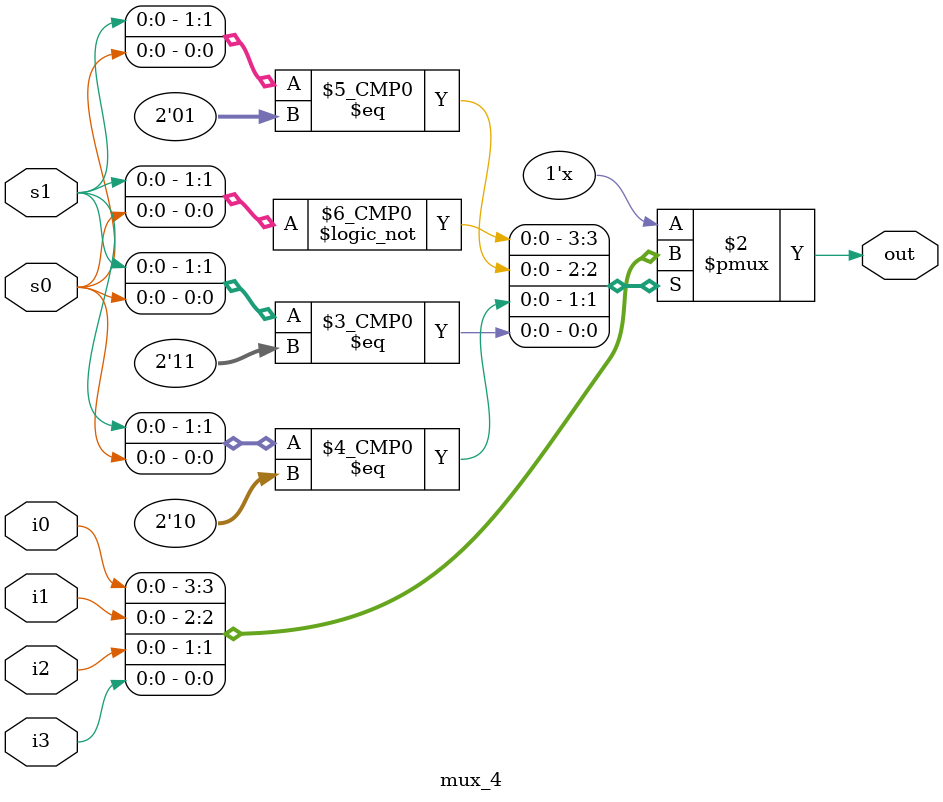
<source format=v>
module main;

reg [3:0] I;
reg [1:0] S;
wire OUT ;


//instantiation 

mux_4 m1(.out(OUT),.i0(I[0]),.i1(I[1]),.i2(I[2]),.i3(I[3]),.s0(S[0]),.s1(S[1]));
initial 
begin

$monitor($time,"I0=%b || I1=%b || I2=%b || I3=%b || S0=%b || S1=%b || OUT=%b ", I[0],I[1],I[2],I[3],S[0],S[1],OUT);
end

initial begin
  I[0]=1'b1;I[1]=1'b0;I[2]=1'b0;I[3]=1'b0;S[1]=1'b0;S[0]=1'b0;#5;
  I[0]=1'b0;I[1]=1'b1;I[2]=1'b0;I[3]=1'b0;S[1]=1'b0;S[0]=1'b1;#5;
  I[0]=1'b1;I[1]=1'b1;I[2]=1'b0;I[3]=1'b0;S[1]=1'b1;S[0]=1'b0;#5;
  I[0]=1'b0;I[1]=1'b0;I[2]=1'b0;I[3]=1'b1;S[1]=1'b1;S[0]=1'b1;
end

endmodule


module mux_4(out,i0,i1,i2,i3,s0,s1);

output out;
input i0,i1,i2,i3,s0,s1;
reg out;

always @(i0 or i1 or i2 or i3 or s0 or s1)
case({s1,s0})//switch based on the concantenation of the signals

  2'd0 : out = i0;
  2'd1 : out = i1;
  2'd2 : out = i2;
  2'd3 : out = i3;
endcase


  
endmodule


</source>
